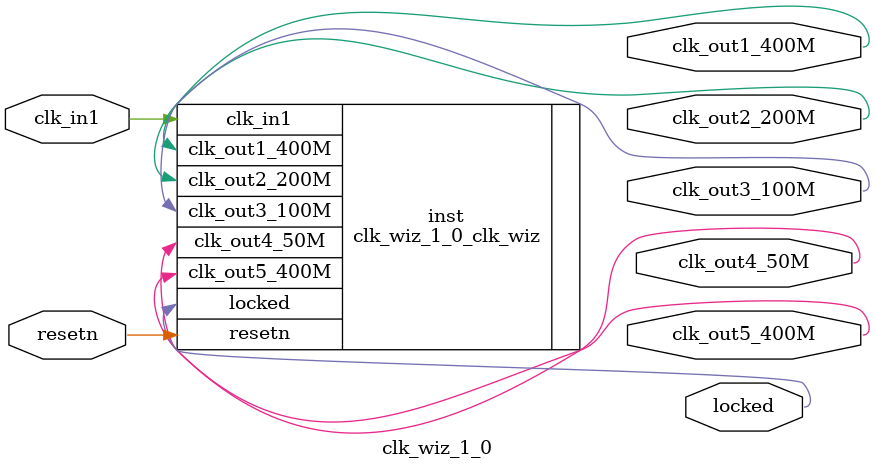
<source format=v>


`timescale 1ps/1ps

(* CORE_GENERATION_INFO = "clk_wiz_1_0,clk_wiz_v5_4_3_0,{component_name=clk_wiz_1_0,use_phase_alignment=true,use_min_o_jitter=true,use_max_i_jitter=false,use_dyn_phase_shift=false,use_inclk_switchover=false,use_dyn_reconfig=false,enable_axi=0,feedback_source=FDBK_AUTO,PRIMITIVE=PLL,num_out_clk=5,clkin1_period=5.000,clkin2_period=10.0,use_power_down=false,use_reset=true,use_locked=true,use_inclk_stopped=false,feedback_type=SINGLE,CLOCK_MGR_TYPE=NA,manual_override=false}" *)

module clk_wiz_1_0 
 (
  // Clock out ports
  output        clk_out1_400M,
  output        clk_out2_200M,
  output        clk_out3_100M,
  output        clk_out4_50M,
  output        clk_out5_400M,
  // Status and control signals
  input         resetn,
  output        locked,
 // Clock in ports
  input         clk_in1
 );

  clk_wiz_1_0_clk_wiz inst
  (
  // Clock out ports  
  .clk_out1_400M(clk_out1_400M),
  .clk_out2_200M(clk_out2_200M),
  .clk_out3_100M(clk_out3_100M),
  .clk_out4_50M(clk_out4_50M),
  .clk_out5_400M(clk_out5_400M),
  // Status and control signals               
  .resetn(resetn), 
  .locked(locked),
 // Clock in ports
  .clk_in1(clk_in1)
  );

endmodule

</source>
